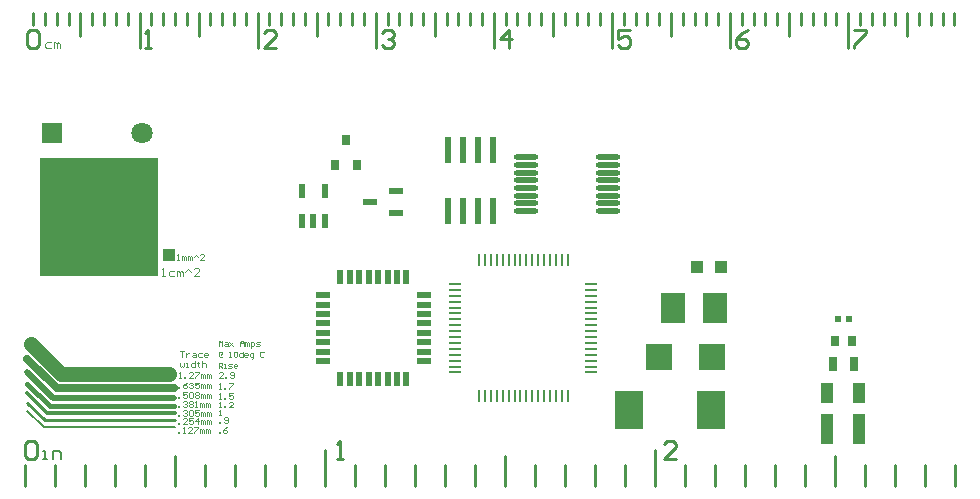
<source format=gtl>
G04 Layer_Physical_Order=1*
G04 Layer_Color=255*
%FSLAX24Y24*%
%MOIN*%
G70*
G01*
G75*
%ADD10R,0.0394X0.0394*%
%ADD11R,0.0945X0.1299*%
%ADD12R,0.0787X0.0984*%
%ADD13R,0.0906X0.0906*%
%ADD14R,0.0315X0.0354*%
%ADD15R,0.0200X0.0500*%
%ADD16R,0.0453X0.0236*%
%ADD17R,0.0240X0.0870*%
%ADD18R,0.0394X0.0087*%
%ADD19R,0.0087X0.0394*%
%ADD20R,0.0220X0.0500*%
%ADD21R,0.0500X0.0220*%
%ADD22R,0.0433X0.1024*%
%ADD23R,0.0433X0.0669*%
%ADD24R,0.0315X0.0472*%
%ADD25R,0.0315X0.0354*%
%ADD26R,0.0236X0.0197*%
%ADD27O,0.0827X0.0177*%
%ADD28C,0.0100*%
%ADD29C,0.0500*%
%ADD30C,0.0250*%
%ADD31C,0.0200*%
%ADD32C,0.0150*%
%ADD33C,0.0120*%
%ADD34C,0.0050*%
%ADD35C,0.0039*%
%ADD36C,0.0049*%
%ADD37C,0.0070*%
%ADD38R,0.0394X0.0394*%
%ADD39R,0.3937X0.3937*%
%ADD40C,0.0709*%
%ADD41R,0.0709X0.0709*%
D10*
X30394Y19055D02*
D03*
X31181D02*
D03*
D11*
X30856Y14291D02*
D03*
X28120D02*
D03*
D12*
X29606Y17677D02*
D03*
X31004D02*
D03*
D13*
X29114Y16063D02*
D03*
X30886D02*
D03*
D14*
X18327Y22441D02*
D03*
X19075D02*
D03*
X18701Y23268D02*
D03*
D15*
X17978Y21591D02*
D03*
X17228Y20591D02*
D03*
X17978D02*
D03*
X17598Y20591D02*
D03*
X17228Y21591D02*
D03*
D16*
X19478Y21220D02*
D03*
X20364Y21594D02*
D03*
Y20846D02*
D03*
D17*
X22085Y22959D02*
D03*
X22585D02*
D03*
X23085D02*
D03*
X23585D02*
D03*
Y20899D02*
D03*
X23085D02*
D03*
X22585D02*
D03*
X22085D02*
D03*
D18*
X22343Y16713D02*
D03*
Y16319D02*
D03*
Y15925D02*
D03*
Y15531D02*
D03*
Y15728D02*
D03*
Y16122D02*
D03*
Y16516D02*
D03*
Y18484D02*
D03*
Y18091D02*
D03*
Y17697D02*
D03*
Y17303D02*
D03*
Y18287D02*
D03*
Y17894D02*
D03*
Y17500D02*
D03*
Y16909D02*
D03*
Y17106D02*
D03*
X26870Y17303D02*
D03*
Y17697D02*
D03*
Y18091D02*
D03*
Y18484D02*
D03*
Y18287D02*
D03*
Y17894D02*
D03*
Y17500D02*
D03*
Y15531D02*
D03*
Y15925D02*
D03*
Y16319D02*
D03*
Y16713D02*
D03*
Y15728D02*
D03*
Y16122D02*
D03*
Y16516D02*
D03*
Y17106D02*
D03*
Y16909D02*
D03*
D19*
X24311Y19272D02*
D03*
X23917D02*
D03*
X23524D02*
D03*
X23130D02*
D03*
X23327D02*
D03*
X23721D02*
D03*
X24114D02*
D03*
X26083D02*
D03*
X25689D02*
D03*
X25295D02*
D03*
X24902D02*
D03*
X25886D02*
D03*
X25492D02*
D03*
X25098D02*
D03*
X24508D02*
D03*
X24705D02*
D03*
X24902Y14744D02*
D03*
X25295D02*
D03*
X25689D02*
D03*
X26083D02*
D03*
X25886D02*
D03*
X25492D02*
D03*
X25098D02*
D03*
X23130D02*
D03*
X23524D02*
D03*
X23917D02*
D03*
X24311D02*
D03*
X23327D02*
D03*
X23721D02*
D03*
X24114D02*
D03*
X24705D02*
D03*
X24508D02*
D03*
D20*
X18504Y18698D02*
D03*
X18819D02*
D03*
X19134D02*
D03*
X19449D02*
D03*
X19764D02*
D03*
X20079D02*
D03*
X20394D02*
D03*
X20709D02*
D03*
Y15318D02*
D03*
X20394D02*
D03*
X20079D02*
D03*
X19764D02*
D03*
X19449D02*
D03*
X19134D02*
D03*
X18819D02*
D03*
X18504D02*
D03*
D21*
X21296Y18110D02*
D03*
Y17795D02*
D03*
Y17480D02*
D03*
Y17165D02*
D03*
Y16850D02*
D03*
Y16535D02*
D03*
Y16220D02*
D03*
Y15905D02*
D03*
X17916D02*
D03*
Y16220D02*
D03*
Y16535D02*
D03*
Y16850D02*
D03*
Y17165D02*
D03*
Y17480D02*
D03*
Y17795D02*
D03*
Y18110D02*
D03*
D22*
X35807Y13638D02*
D03*
X34744D02*
D03*
D23*
X35807Y14858D02*
D03*
X34744D02*
D03*
D24*
X34921Y15803D02*
D03*
X35630D02*
D03*
D25*
X35551Y16591D02*
D03*
X35000D02*
D03*
D26*
X35079Y17299D02*
D03*
X35472D02*
D03*
D27*
X24705Y22707D02*
D03*
Y22451D02*
D03*
Y22195D02*
D03*
Y21939D02*
D03*
Y21683D02*
D03*
Y21427D02*
D03*
Y21171D02*
D03*
Y20915D02*
D03*
X27421Y22707D02*
D03*
Y22451D02*
D03*
Y22195D02*
D03*
Y21939D02*
D03*
Y21683D02*
D03*
Y21427D02*
D03*
Y21171D02*
D03*
Y20915D02*
D03*
D28*
X35433Y26339D02*
Y27520D01*
X31496Y26339D02*
Y27520D01*
X8071Y14528D02*
X8661Y13937D01*
X10591D02*
X12992D01*
X10000D02*
X10591D01*
X8661D02*
X10000D01*
X31000Y11761D02*
Y12461D01*
X32000Y11761D02*
Y12461D01*
X34000Y11761D02*
Y12461D01*
X30000Y11761D02*
Y12461D01*
X33000Y11761D02*
Y12461D01*
X35000Y11761D02*
Y12761D01*
X36000Y11761D02*
Y12461D01*
X37000Y11761D02*
Y12461D01*
X38000Y11761D02*
Y12461D01*
X39000Y11761D02*
Y12461D01*
X20000Y11761D02*
Y12461D01*
X21000Y11761D02*
Y12461D01*
X23000Y11761D02*
Y12461D01*
X19000Y11761D02*
Y12461D01*
X22000Y11761D02*
Y12461D01*
X24000Y11761D02*
Y12761D01*
X25000Y11761D02*
Y12461D01*
X26000Y11761D02*
Y12461D01*
X27000Y11761D02*
Y12461D01*
X28000Y11761D02*
Y12461D01*
X29000Y11761D02*
Y12961D01*
X18000Y11761D02*
Y12961D01*
X17000Y11761D02*
Y12461D01*
X16000Y11761D02*
Y12461D01*
X15000Y11761D02*
Y12461D01*
X14000Y11761D02*
Y12461D01*
X13000Y11761D02*
Y12761D01*
X11000Y11761D02*
Y12461D01*
X8000Y11761D02*
Y12461D01*
X12000Y11761D02*
Y12461D01*
X10000Y11761D02*
Y12461D01*
X9000Y11761D02*
Y12461D01*
X35827Y27126D02*
Y27520D01*
X36220Y27126D02*
Y27520D01*
X36614Y27126D02*
Y27520D01*
X37008Y27126D02*
Y27520D01*
X37402Y26732D02*
Y27520D01*
X37795Y27126D02*
Y27520D01*
X38189Y27126D02*
Y27520D01*
X38583Y27126D02*
Y27520D01*
X38976Y27126D02*
Y27520D01*
X31890Y27126D02*
Y27520D01*
X32283Y27126D02*
Y27520D01*
X32677Y27126D02*
Y27520D01*
X33071Y27126D02*
Y27520D01*
X33465Y26732D02*
Y27520D01*
X33858Y27126D02*
Y27520D01*
X34252Y27126D02*
Y27520D01*
X34646Y27126D02*
Y27520D01*
X35039Y27126D02*
Y27520D01*
X27953Y27126D02*
Y27520D01*
X28346Y27126D02*
Y27520D01*
X28740Y27126D02*
Y27520D01*
X29134Y27126D02*
Y27520D01*
X29528Y26732D02*
Y27520D01*
X29921Y27126D02*
Y27520D01*
X30315Y27126D02*
Y27520D01*
X30709Y27126D02*
Y27520D01*
X31102Y27126D02*
Y27520D01*
X24016Y27126D02*
Y27520D01*
X24409Y27126D02*
Y27520D01*
X24803Y27126D02*
Y27520D01*
X25197Y27126D02*
Y27520D01*
X25591Y26732D02*
Y27520D01*
X25984Y27126D02*
Y27520D01*
X26378Y27126D02*
Y27520D01*
X26772Y27126D02*
Y27520D01*
X27165Y27126D02*
Y27520D01*
X27559Y26339D02*
Y27520D01*
X20079Y27126D02*
Y27520D01*
X20472Y27126D02*
Y27520D01*
X20866Y27126D02*
Y27520D01*
X21260Y27126D02*
Y27520D01*
X21654Y26732D02*
Y27520D01*
X22047Y27126D02*
Y27520D01*
X22441Y27126D02*
Y27520D01*
X22835Y27126D02*
Y27520D01*
X23228Y27126D02*
Y27520D01*
X23622Y26339D02*
Y27520D01*
X16142Y27126D02*
Y27520D01*
X16535Y27126D02*
Y27520D01*
X16929Y27126D02*
Y27520D01*
X17323Y27126D02*
Y27520D01*
X17717Y26732D02*
Y27520D01*
X18110Y27126D02*
Y27520D01*
X18504Y27126D02*
Y27520D01*
X18898Y27126D02*
Y27520D01*
X19291Y27126D02*
Y27520D01*
X19685Y26339D02*
Y27520D01*
X12205Y27126D02*
Y27520D01*
X12598Y27126D02*
Y27520D01*
X12992Y27126D02*
Y27520D01*
X13386Y27126D02*
Y27520D01*
X13780Y26732D02*
Y27520D01*
X14173Y27126D02*
Y27520D01*
X14567Y27126D02*
Y27520D01*
X14961Y27126D02*
Y27520D01*
X15354Y27126D02*
Y27520D01*
X15748Y26339D02*
Y27520D01*
X11811Y26339D02*
Y27520D01*
X11417Y27126D02*
Y27520D01*
X11024Y27126D02*
Y27520D01*
X10630Y27126D02*
Y27520D01*
X10236Y27126D02*
Y27520D01*
X9843Y26732D02*
Y27520D01*
X9449Y27126D02*
Y27520D01*
X9055Y27126D02*
Y27520D01*
X8661Y27126D02*
Y27520D01*
X8268Y27126D02*
Y27520D01*
X35630Y26938D02*
X36030D01*
Y26838D01*
X35630Y26439D01*
Y26339D01*
X32093Y26938D02*
X31893Y26838D01*
X31693Y26638D01*
Y26439D01*
X31793Y26339D01*
X31993D01*
X32093Y26439D01*
Y26539D01*
X31993Y26638D01*
X31693D01*
X8000Y13160D02*
X8100Y13260D01*
X8300D01*
X8400Y13160D01*
Y12761D01*
X8300Y12661D01*
X8100D01*
X8000Y12761D01*
Y13160D01*
X29700Y12661D02*
X29300D01*
X29700Y13060D01*
Y13160D01*
X29600Y13260D01*
X29400D01*
X29300Y13160D01*
X18400Y12661D02*
X18600D01*
X18500D01*
Y13260D01*
X18400Y13160D01*
X28156Y26938D02*
X27756D01*
Y26638D01*
X27956Y26738D01*
X28056D01*
X28156Y26638D01*
Y26439D01*
X28056Y26339D01*
X27856D01*
X27756Y26439D01*
X24119Y26339D02*
Y26938D01*
X23819Y26638D01*
X24219D01*
X19882Y26838D02*
X19982Y26938D01*
X20182D01*
X20282Y26838D01*
Y26738D01*
X20182Y26638D01*
X20082D01*
X20182D01*
X20282Y26539D01*
Y26439D01*
X20182Y26339D01*
X19982D01*
X19882Y26439D01*
X16345Y26339D02*
X15945D01*
X16345Y26738D01*
Y26838D01*
X16245Y26938D01*
X16045D01*
X15945Y26838D01*
X8071D02*
X8171Y26938D01*
X8371D01*
X8471Y26838D01*
Y26439D01*
X8371Y26339D01*
X8171D01*
X8071Y26439D01*
Y26838D01*
X12008Y26339D02*
X12208D01*
X12108D01*
Y26938D01*
X12008Y26838D01*
D29*
X12794Y15483D02*
X12795Y15484D01*
X9202Y15483D02*
X12794D01*
X8189Y16496D02*
X9202Y15483D01*
D30*
X9047Y15008D02*
X12953D01*
X8071Y15984D02*
X9047Y15008D01*
D31*
X8939Y14683D02*
X12953D01*
X8071Y15551D02*
X8939Y14683D01*
D32*
X8820Y14408D02*
X12953D01*
X8071Y15157D02*
X8820Y14408D01*
D33*
X8071Y14843D02*
X8189Y14724D01*
X8740Y14173D02*
X10472D01*
X8189Y14724D02*
X8740Y14173D01*
X10472D02*
X12992D01*
D34*
X8622Y13701D02*
X12992D01*
X8071Y14252D02*
X8622Y13701D01*
D35*
X14453Y16418D02*
Y16596D01*
X14512Y16537D01*
X14571Y16596D01*
Y16418D01*
X14659Y16537D02*
X14718D01*
X14748Y16507D01*
Y16418D01*
X14659D01*
X14630Y16448D01*
X14659Y16478D01*
X14748D01*
X14807Y16537D02*
X14925Y16418D01*
X14866Y16478D01*
X14925Y16537D01*
X14807Y16418D01*
X15161D02*
Y16537D01*
X15220Y16596D01*
X15279Y16537D01*
Y16418D01*
Y16507D01*
X15161D01*
X15338Y16418D02*
Y16537D01*
X15368D01*
X15397Y16507D01*
Y16418D01*
Y16507D01*
X15427Y16537D01*
X15456Y16507D01*
Y16418D01*
X15515Y16359D02*
Y16537D01*
X15604D01*
X15633Y16507D01*
Y16448D01*
X15604Y16418D01*
X15515D01*
X15693D02*
X15781D01*
X15811Y16448D01*
X15781Y16478D01*
X15722D01*
X15693Y16507D01*
X15722Y16537D01*
X15811D01*
X14541Y16111D02*
Y16141D01*
X14512D01*
Y16111D01*
X14541D01*
X14571Y16141D01*
Y16200D01*
X14541Y16230D01*
X14482D01*
X14453Y16200D01*
Y16082D01*
X14482Y16052D01*
X14571D01*
X14807D02*
X14866D01*
X14836D01*
Y16230D01*
X14807Y16200D01*
X14955D02*
X14984Y16230D01*
X15043D01*
X15073Y16200D01*
Y16082D01*
X15043Y16052D01*
X14984D01*
X14955Y16082D01*
Y16200D01*
X15250Y16230D02*
Y16052D01*
X15161D01*
X15132Y16082D01*
Y16141D01*
X15161Y16171D01*
X15250D01*
X15397Y16052D02*
X15338D01*
X15309Y16082D01*
Y16141D01*
X15338Y16171D01*
X15397D01*
X15427Y16141D01*
Y16111D01*
X15309D01*
X15545Y15993D02*
X15574D01*
X15604Y16023D01*
Y16171D01*
X15515D01*
X15486Y16141D01*
Y16082D01*
X15515Y16052D01*
X15604D01*
X15958Y16200D02*
X15929Y16230D01*
X15870D01*
X15840Y16200D01*
Y16082D01*
X15870Y16052D01*
X15929D01*
X15958Y16082D01*
X14453Y15686D02*
Y15863D01*
X14541D01*
X14571Y15834D01*
Y15775D01*
X14541Y15745D01*
X14453D01*
X14512D02*
X14571Y15686D01*
X14630D02*
X14689D01*
X14659D01*
Y15804D01*
X14630D01*
X14777Y15686D02*
X14866D01*
X14896Y15716D01*
X14866Y15745D01*
X14807D01*
X14777Y15775D01*
X14807Y15804D01*
X14896D01*
X15043Y15686D02*
X14984D01*
X14955Y15716D01*
Y15775D01*
X14984Y15804D01*
X15043D01*
X15073Y15775D01*
Y15745D01*
X14955D01*
X13177Y16236D02*
X13308D01*
X13243D01*
Y16039D01*
X13374Y16170D02*
Y16039D01*
Y16105D01*
X13407Y16138D01*
X13440Y16170D01*
X13472D01*
X13604D02*
X13669D01*
X13702Y16138D01*
Y16039D01*
X13604D01*
X13571Y16072D01*
X13604Y16105D01*
X13702D01*
X13899Y16170D02*
X13800D01*
X13768Y16138D01*
Y16072D01*
X13800Y16039D01*
X13899D01*
X14063D02*
X13997D01*
X13964Y16072D01*
Y16138D01*
X13997Y16170D01*
X14063D01*
X14095Y16138D01*
Y16105D01*
X13964D01*
X13177Y15840D02*
Y15741D01*
X13210Y15709D01*
X13243Y15741D01*
X13276Y15709D01*
X13308Y15741D01*
Y15840D01*
X13374Y15709D02*
X13440D01*
X13407D01*
Y15840D01*
X13374D01*
X13669Y15905D02*
Y15709D01*
X13571D01*
X13538Y15741D01*
Y15807D01*
X13571Y15840D01*
X13669D01*
X13768Y15873D02*
Y15840D01*
X13735D01*
X13800D01*
X13768D01*
Y15741D01*
X13800Y15709D01*
X13899Y15905D02*
Y15709D01*
Y15807D01*
X13932Y15840D01*
X13997D01*
X14030Y15807D01*
Y15709D01*
X13071Y19291D02*
X13136D01*
X13104D01*
Y19488D01*
X13071Y19455D01*
X13235Y19291D02*
Y19423D01*
X13268D01*
X13300Y19390D01*
Y19291D01*
Y19390D01*
X13333Y19423D01*
X13366Y19390D01*
Y19291D01*
X13432D02*
Y19423D01*
X13464D01*
X13497Y19390D01*
Y19291D01*
Y19390D01*
X13530Y19423D01*
X13563Y19390D01*
Y19291D01*
X13628Y19390D02*
X13694Y19455D01*
X13760Y19390D01*
X13956Y19291D02*
X13825D01*
X13956Y19423D01*
Y19455D01*
X13924Y19488D01*
X13858D01*
X13825Y19455D01*
X14592Y15343D02*
X14461D01*
X14592Y15474D01*
Y15507D01*
X14559Y15539D01*
X14493D01*
X14461Y15507D01*
X14657Y15343D02*
Y15375D01*
X14690D01*
Y15343D01*
X14657D01*
X14821Y15375D02*
X14854Y15343D01*
X14920D01*
X14953Y15375D01*
Y15507D01*
X14920Y15539D01*
X14854D01*
X14821Y15507D01*
Y15474D01*
X14854Y15441D01*
X14953D01*
X14468Y14972D02*
X14534D01*
X14501D01*
Y15169D01*
X14468Y15136D01*
X14632Y14972D02*
Y15005D01*
X14665D01*
Y14972D01*
X14632D01*
X14796Y15169D02*
X14928D01*
Y15136D01*
X14796Y15005D01*
Y14972D01*
X14461Y14634D02*
X14526D01*
X14493D01*
Y14831D01*
X14461Y14798D01*
X14625Y14634D02*
Y14667D01*
X14657D01*
Y14634D01*
X14625D01*
X14920Y14831D02*
X14789D01*
Y14732D01*
X14854Y14765D01*
X14887D01*
X14920Y14732D01*
Y14667D01*
X14887Y14634D01*
X14821D01*
X14789Y14667D01*
X14457Y14366D02*
X14522D01*
X14489D01*
Y14563D01*
X14457Y14530D01*
X14621Y14366D02*
Y14399D01*
X14653D01*
Y14366D01*
X14621D01*
X14916D02*
X14785D01*
X14916Y14497D01*
Y14530D01*
X14883Y14563D01*
X14817D01*
X14785Y14530D01*
X14453Y14098D02*
X14518D01*
X14486D01*
Y14295D01*
X14453Y14262D01*
Y13839D02*
Y13871D01*
X14486D01*
Y13839D01*
X14453D01*
X14617Y13871D02*
X14650Y13839D01*
X14715D01*
X14748Y13871D01*
Y14003D01*
X14715Y14035D01*
X14650D01*
X14617Y14003D01*
Y13970D01*
X14650Y13937D01*
X14748D01*
X14445Y13520D02*
Y13552D01*
X14478D01*
Y13520D01*
X14445D01*
X14740Y13716D02*
X14674Y13684D01*
X14609Y13618D01*
Y13552D01*
X14642Y13520D01*
X14707D01*
X14740Y13552D01*
Y13585D01*
X14707Y13618D01*
X14609D01*
X13142Y15346D02*
X13207D01*
X13175D01*
Y15543D01*
X13142Y15510D01*
X13306Y15346D02*
Y15379D01*
X13339D01*
Y15346D01*
X13306D01*
X13601D02*
X13470D01*
X13601Y15478D01*
Y15510D01*
X13568Y15543D01*
X13503D01*
X13470Y15510D01*
X13666Y15543D02*
X13798D01*
Y15510D01*
X13666Y15379D01*
Y15346D01*
X13863D02*
Y15478D01*
X13896D01*
X13929Y15445D01*
Y15346D01*
Y15445D01*
X13962Y15478D01*
X13994Y15445D01*
Y15346D01*
X14060D02*
Y15478D01*
X14093D01*
X14126Y15445D01*
Y15346D01*
Y15445D01*
X14158Y15478D01*
X14191Y15445D01*
Y15346D01*
X13110Y15000D02*
Y15033D01*
X13143D01*
Y15000D01*
X13110D01*
X13405Y15197D02*
X13340Y15164D01*
X13274Y15098D01*
Y15033D01*
X13307Y15000D01*
X13373D01*
X13405Y15033D01*
Y15066D01*
X13373Y15098D01*
X13274D01*
X13471Y15164D02*
X13504Y15197D01*
X13569D01*
X13602Y15164D01*
Y15131D01*
X13569Y15098D01*
X13537D01*
X13569D01*
X13602Y15066D01*
Y15033D01*
X13569Y15000D01*
X13504D01*
X13471Y15033D01*
X13799Y15197D02*
X13668D01*
Y15098D01*
X13733Y15131D01*
X13766D01*
X13799Y15098D01*
Y15033D01*
X13766Y15000D01*
X13701D01*
X13668Y15033D01*
X13865Y15000D02*
Y15131D01*
X13897D01*
X13930Y15098D01*
Y15000D01*
Y15098D01*
X13963Y15131D01*
X13996Y15098D01*
Y15000D01*
X14061D02*
Y15131D01*
X14094D01*
X14127Y15098D01*
Y15000D01*
Y15098D01*
X14160Y15131D01*
X14193Y15098D01*
Y15000D01*
X13110Y14685D02*
Y14718D01*
X13143D01*
Y14685D01*
X13110D01*
X13405Y14882D02*
X13274D01*
Y14783D01*
X13340Y14816D01*
X13373D01*
X13405Y14783D01*
Y14718D01*
X13373Y14685D01*
X13307D01*
X13274Y14718D01*
X13471Y14849D02*
X13504Y14882D01*
X13569D01*
X13602Y14849D01*
Y14718D01*
X13569Y14685D01*
X13504D01*
X13471Y14718D01*
Y14849D01*
X13668D02*
X13701Y14882D01*
X13766D01*
X13799Y14849D01*
Y14816D01*
X13766Y14783D01*
X13799Y14751D01*
Y14718D01*
X13766Y14685D01*
X13701D01*
X13668Y14718D01*
Y14751D01*
X13701Y14783D01*
X13668Y14816D01*
Y14849D01*
X13701Y14783D02*
X13766D01*
X13865Y14685D02*
Y14816D01*
X13897D01*
X13930Y14783D01*
Y14685D01*
Y14783D01*
X13963Y14816D01*
X13996Y14783D01*
Y14685D01*
X14061D02*
Y14816D01*
X14094D01*
X14127Y14783D01*
Y14685D01*
Y14783D01*
X14160Y14816D01*
X14193Y14783D01*
Y14685D01*
X13110Y14370D02*
Y14403D01*
X13143D01*
Y14370D01*
X13110D01*
X13274Y14534D02*
X13307Y14567D01*
X13373D01*
X13405Y14534D01*
Y14501D01*
X13373Y14468D01*
X13340D01*
X13373D01*
X13405Y14436D01*
Y14403D01*
X13373Y14370D01*
X13307D01*
X13274Y14403D01*
X13471Y14534D02*
X13504Y14567D01*
X13569D01*
X13602Y14534D01*
Y14501D01*
X13569Y14468D01*
X13602Y14436D01*
Y14403D01*
X13569Y14370D01*
X13504D01*
X13471Y14403D01*
Y14436D01*
X13504Y14468D01*
X13471Y14501D01*
Y14534D01*
X13504Y14468D02*
X13569D01*
X13668Y14370D02*
X13733D01*
X13701D01*
Y14567D01*
X13668Y14534D01*
X13832Y14370D02*
Y14501D01*
X13865D01*
X13897Y14468D01*
Y14370D01*
Y14468D01*
X13930Y14501D01*
X13963Y14468D01*
Y14370D01*
X14029D02*
Y14501D01*
X14061D01*
X14094Y14468D01*
Y14370D01*
Y14468D01*
X14127Y14501D01*
X14160Y14468D01*
Y14370D01*
X13110Y14094D02*
Y14127D01*
X13143D01*
Y14094D01*
X13110D01*
X13274Y14258D02*
X13307Y14291D01*
X13373D01*
X13405Y14258D01*
Y14226D01*
X13373Y14193D01*
X13340D01*
X13373D01*
X13405Y14160D01*
Y14127D01*
X13373Y14094D01*
X13307D01*
X13274Y14127D01*
X13471Y14258D02*
X13504Y14291D01*
X13569D01*
X13602Y14258D01*
Y14127D01*
X13569Y14094D01*
X13504D01*
X13471Y14127D01*
Y14258D01*
X13799Y14291D02*
X13668D01*
Y14193D01*
X13733Y14226D01*
X13766D01*
X13799Y14193D01*
Y14127D01*
X13766Y14094D01*
X13701D01*
X13668Y14127D01*
X13865Y14094D02*
Y14226D01*
X13897D01*
X13930Y14193D01*
Y14094D01*
Y14193D01*
X13963Y14226D01*
X13996Y14193D01*
Y14094D01*
X14061D02*
Y14226D01*
X14094D01*
X14127Y14193D01*
Y14094D01*
Y14193D01*
X14160Y14226D01*
X14193Y14193D01*
Y14094D01*
X13110Y13819D02*
Y13852D01*
X13143D01*
Y13819D01*
X13110D01*
X13405D02*
X13274D01*
X13405Y13950D01*
Y13983D01*
X13373Y14016D01*
X13307D01*
X13274Y13983D01*
X13602Y14016D02*
X13471D01*
Y13917D01*
X13537Y13950D01*
X13569D01*
X13602Y13917D01*
Y13852D01*
X13569Y13819D01*
X13504D01*
X13471Y13852D01*
X13766Y13819D02*
Y14016D01*
X13668Y13917D01*
X13799D01*
X13865Y13819D02*
Y13950D01*
X13897D01*
X13930Y13917D01*
Y13819D01*
Y13917D01*
X13963Y13950D01*
X13996Y13917D01*
Y13819D01*
X14061D02*
Y13950D01*
X14094D01*
X14127Y13917D01*
Y13819D01*
Y13917D01*
X14160Y13950D01*
X14193Y13917D01*
Y13819D01*
X13110Y13504D02*
Y13537D01*
X13143D01*
Y13504D01*
X13110D01*
X13274D02*
X13340D01*
X13307D01*
Y13701D01*
X13274Y13668D01*
X13569Y13504D02*
X13438D01*
X13569Y13635D01*
Y13668D01*
X13537Y13701D01*
X13471D01*
X13438Y13668D01*
X13635Y13701D02*
X13766D01*
Y13668D01*
X13635Y13537D01*
Y13504D01*
X13832D02*
Y13635D01*
X13865D01*
X13897Y13602D01*
Y13504D01*
Y13602D01*
X13930Y13635D01*
X13963Y13602D01*
Y13504D01*
X14029D02*
Y13635D01*
X14061D01*
X14094Y13602D01*
Y13504D01*
Y13602D01*
X14127Y13635D01*
X14160Y13602D01*
Y13504D01*
D36*
X12559Y18740D02*
X12651D01*
X12605D01*
Y19016D01*
X12559Y18970D01*
X12972Y18924D02*
X12835D01*
X12789Y18878D01*
Y18786D01*
X12835Y18740D01*
X12972D01*
X13064D02*
Y18924D01*
X13110D01*
X13156Y18878D01*
Y18740D01*
Y18878D01*
X13202Y18924D01*
X13248Y18878D01*
Y18740D01*
X13340Y18878D02*
X13431Y18970D01*
X13523Y18878D01*
X13799Y18740D02*
X13615D01*
X13799Y18924D01*
Y18970D01*
X13753Y19016D01*
X13661D01*
X13615Y18970D01*
X8858Y26535D02*
X8711D01*
X8661Y26486D01*
Y26388D01*
X8711Y26339D01*
X8858D01*
X8957D02*
Y26535D01*
X9006D01*
X9055Y26486D01*
Y26339D01*
Y26486D01*
X9104Y26535D01*
X9153Y26486D01*
Y26339D01*
D37*
X8600Y12661D02*
X8731D01*
X8666D01*
Y12923D01*
X8600D01*
X8928Y12661D02*
Y12923D01*
X9125D01*
X9190Y12857D01*
Y12661D01*
D38*
X12795Y19449D02*
D03*
D39*
X10472Y20709D02*
D03*
D40*
X11894Y23504D02*
D03*
D41*
X8894D02*
D03*
M02*

</source>
